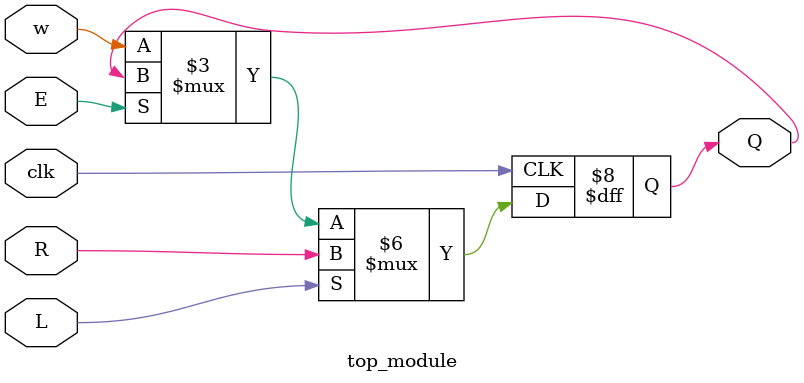
<source format=sv>
module top_module (
	input clk,
	input w,
	input R,
	input E,
	input L,
	output reg Q
);

// Creating D-Flip Flop
always @(posedge clk) begin
	if (L) begin
		Q <= R;
	end else if (E) begin
		Q <= Q;
	end else begin
		Q <= w;
	end
end

endmodule

</source>
